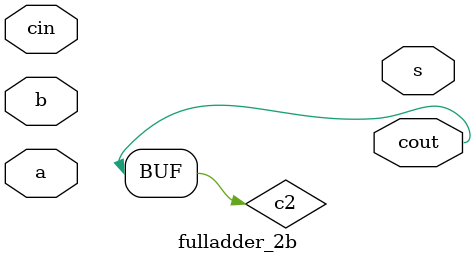
<source format=v>

module fulladder(s, cout, a, b, cin); 
input a, b, cin; 
output s, cout; 
wire half_sum_1, half_carry_1, half_carry_2; 
halfadder HA0(a, b, half_carry_1, half_sum_1); //instance 1 of Half Adder
halfadder HA1(half_sum_1, cin, half_carry_2, s); //instance 2 of Half Adder
or or0(cout, half_carry_2, half_carry_1); 
endmodule

module fulladder_2b (a, b, cin, s, cout);
input [1:0] a,b;
input cin;
output [1:0] s;
output cout;

wire c1,c2;

fulladder FA0 (a[0], b[0], cin, s[0], c1);
fulladder FA1 (a[1], b[1], c1, s[1], c2);
assign cout = c2;
endmodule

/*
module fulladder (a,b,cin,s,cout);
//port declarations
input a,b,cin;
output cout,s;

//port data types
wire a,b,cin;
reg cout,s;

//internal sequential logic variables
//Stage 0 In
reg a_s0;
reg b_s0;
reg cin_s0;
//Stage 1 In
reg ha0s_s1;
reg ha0c_s1;
reg cin_s1;
//Stage 2 In
reg s_s2;
reg ha1c_s2;
reg ha0c_s2;

//internal combinational logic variables
//Stage 0 Out
wire w_ha0s_s0;
wire w_ha0c_s0;
reg ha0s_s0;
reg ha0c_s0;
//Stage 1 Out
wire w_ha1c_s1;
wire w_s_s1;
reg ha1c_s1;
reg s_s1;
//Stage 2 Out
reg cout_s2;

halfadder ha0(
	a_s0,
	b_s0,
	w_ha0c_s0,
	w_ha0s_s0
);

halfadder ha1(
	ha0s_s1,
	cin_s1,
	w_ha1c_s1,
	w_s_s1
);

//sequential logic
always @(*) begin
	//Stage 0
	a_s0 <= a;
	b_s0 <= b;
	cin_s0 <= cin;
	//Stage 1
	ha0s_s1 <= ha0s_s0;
	ha0c_s1 <= ha0c_s0;
	cin_s1 <= cin_s0;
	//Stage 2
	s_s2 <= s_s1;
	ha1c_s2 <= ha1c_s1;
	ha0c_s2 <= ha0c_s1;
	//Stage 3
	cout <= cout_s2;
	s <= s_s2;
end

//combinational logic
always @(*) begin
	cout_s2 = ha0c_s2 || ha1c_s2;
end

assign w_ha0s_s0 = ha0s_s0;
assign w_ha0c_s0 = ha0c_s0;
assign w_s_s1 = s_s1;
assign w_ha1c_s1 = ha1c_s1;
endmodule
*/
/*
module fulladder_2b (a, b, cin, s, cout);
//port declarations
input[1:0] a,b;
input cin;
output cout;
output [1:0] s;

//port data types
wire [1:0] a,b;
wire cin;
reg cout;
reg [1:0] s;

//internal sequential logic variables
//Stage 0 In
reg [1:0]a_s0;
reg [1:0]b_s0;
reg cin_s0;
//Stage 1 In
reg a1_s1;
reg b1_s1;
reg s0_s1;
reg fa0c_s1;

//internal combinational logic variables
//Stage 0 Out
wire w_s0_s0;
wire w_fa0c_s0;
reg s0_s0;
reg fa0c_s0;
//Stage 1 Out
wire w_s1_s1;
wire w_cout_s1;
reg s1_s1;
reg cout_s1;

fulladder fa0(
	.a(a_s0[0]),
	.b(b_s0[0]),
	.cin(cin_s0),
	.s(w_s0_s0),
	.cout(w_fa0c_s0)
);

fulladder fa1(
	.a(a1_s1),
	.b(b1_s1),
	.cin(fa0c_s1),
	.s(w_s1_s1),
	.cout(w_cout_s1)
);

//sequential logic
always @(a or b or cin) begin
	//Stage 0
	a_s0[1:0] <= a[1:0];
	b_s0[1:0] <= b[1:0];
	cin_s0 <= cin;
	//Stage 1
	s0_s1 <= s0_s0;
	fa0c_s1 <= fa0c_s0;
	a1_s1 <= a_s0[1];
	b1_s1 <= b_s0[1];
	//Stage 2
	s[0] <= s0_s1;
	s[1] <= s1_s1;
	cout <= cout_s1;
end

assign w_s0_s0 = s0_s0;
assign w_fa0c_s0 = fa0c_s0;
assign w_s1_s1 = s1_s1;
assign w_cout_s1 = cout_s1;

endmodule
*/
</source>
